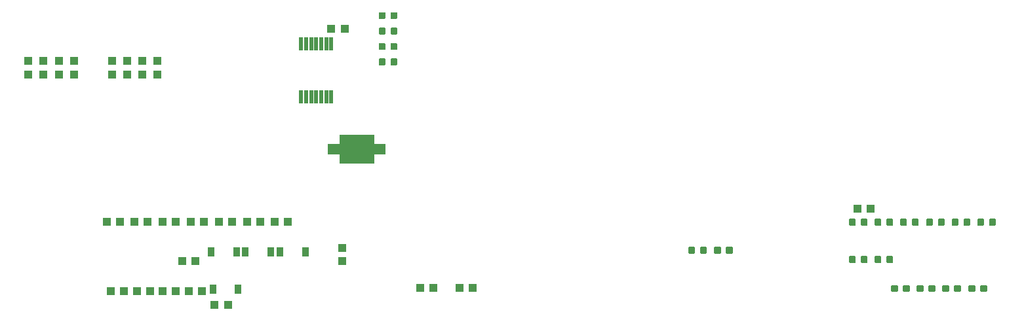
<source format=gbp>
G04 #@! TF.GenerationSoftware,KiCad,Pcbnew,(5.1.10)-1*
G04 #@! TF.CreationDate,2021-08-17T11:35:39-05:00*
G04 #@! TF.ProjectId,Proteus_Little,50726f74-6575-4735-9f4c-6974746c652e,rev?*
G04 #@! TF.SameCoordinates,Original*
G04 #@! TF.FileFunction,Paste,Bot*
G04 #@! TF.FilePolarity,Positive*
%FSLAX46Y46*%
G04 Gerber Fmt 4.6, Leading zero omitted, Abs format (unit mm)*
G04 Created by KiCad (PCBNEW (5.1.10)-1) date 2021-08-17 11:35:39*
%MOMM*%
%LPD*%
G01*
G04 APERTURE LIST*
%ADD10C,0.010000*%
%ADD11R,0.480000X1.780000*%
%ADD12R,0.910000X1.220000*%
%ADD13R,1.100000X1.000000*%
%ADD14R,1.000000X1.100000*%
G04 APERTURE END LIST*
D10*
G36*
X125110600Y-115672430D02*
G01*
X125110600Y-119275000D01*
X120707460Y-119275000D01*
X120707460Y-115672430D01*
X125110600Y-115672430D01*
G37*
X125110600Y-115672430D02*
X125110600Y-119275000D01*
X120707460Y-119275000D01*
X120707460Y-115672430D01*
X125110600Y-115672430D01*
G36*
X126610600Y-116874812D02*
G01*
X126610600Y-118075000D01*
X125111290Y-118075000D01*
X125111290Y-116874812D01*
X126610600Y-116874812D01*
G37*
X126610600Y-116874812D02*
X126610600Y-118075000D01*
X125111290Y-118075000D01*
X125111290Y-116874812D01*
X126610600Y-116874812D01*
G36*
X120710600Y-116874226D02*
G01*
X120710600Y-118075000D01*
X119205830Y-118075000D01*
X119205830Y-116874226D01*
X120710600Y-116874226D01*
G37*
X120710600Y-116874226D02*
X120710600Y-118075000D01*
X119205830Y-118075000D01*
X119205830Y-116874226D01*
X120710600Y-116874226D01*
D11*
X119679000Y-103877220D03*
X119029000Y-103877220D03*
X118379000Y-103877220D03*
X117729000Y-103877220D03*
X117079000Y-103877220D03*
X116429000Y-103877220D03*
X115779000Y-103877220D03*
X115779000Y-110717220D03*
X116429000Y-110717220D03*
X117079000Y-110717220D03*
X117729000Y-110717220D03*
X118379000Y-110717220D03*
X119029000Y-110717220D03*
X119679000Y-110717220D03*
D12*
X113060350Y-130847600D03*
X116335350Y-130847600D03*
X111826850Y-130847600D03*
X108551850Y-130847600D03*
X104360850Y-135610100D03*
X107635850Y-135610100D03*
X104170350Y-130847600D03*
X107445350Y-130847600D03*
G36*
G01*
X167292020Y-130927475D02*
X167292020Y-130260725D01*
G75*
G02*
X167403145Y-130149600I111125J0D01*
G01*
X168069895Y-130149600D01*
G75*
G02*
X168181020Y-130260725I0J-111125D01*
G01*
X168181020Y-130927475D01*
G75*
G02*
X168069895Y-131038600I-111125J0D01*
G01*
X167403145Y-131038600D01*
G75*
G02*
X167292020Y-130927475I0J111125D01*
G01*
G37*
G36*
G01*
X165768020Y-130927475D02*
X165768020Y-130260725D01*
G75*
G02*
X165879145Y-130149600I111125J0D01*
G01*
X166545895Y-130149600D01*
G75*
G02*
X166657020Y-130260725I0J-111125D01*
G01*
X166657020Y-130927475D01*
G75*
G02*
X166545895Y-131038600I-111125J0D01*
G01*
X165879145Y-131038600D01*
G75*
G02*
X165768020Y-130927475I0J111125D01*
G01*
G37*
G36*
G01*
X170632120Y-130932555D02*
X170632120Y-130265805D01*
G75*
G02*
X170743245Y-130154680I111125J0D01*
G01*
X171409995Y-130154680D01*
G75*
G02*
X171521120Y-130265805I0J-111125D01*
G01*
X171521120Y-130932555D01*
G75*
G02*
X171409995Y-131043680I-111125J0D01*
G01*
X170743245Y-131043680D01*
G75*
G02*
X170632120Y-130932555I0J111125D01*
G01*
G37*
G36*
G01*
X169108120Y-130932555D02*
X169108120Y-130265805D01*
G75*
G02*
X169219245Y-130154680I111125J0D01*
G01*
X169885995Y-130154680D01*
G75*
G02*
X169997120Y-130265805I0J-111125D01*
G01*
X169997120Y-130932555D01*
G75*
G02*
X169885995Y-131043680I-111125J0D01*
G01*
X169219245Y-131043680D01*
G75*
G02*
X169108120Y-130932555I0J111125D01*
G01*
G37*
G36*
G01*
X126669800Y-105896625D02*
X126669800Y-106563375D01*
G75*
G02*
X126558675Y-106674500I-111125J0D01*
G01*
X125891925Y-106674500D01*
G75*
G02*
X125780800Y-106563375I0J111125D01*
G01*
X125780800Y-105896625D01*
G75*
G02*
X125891925Y-105785500I111125J0D01*
G01*
X126558675Y-105785500D01*
G75*
G02*
X126669800Y-105896625I0J-111125D01*
G01*
G37*
G36*
G01*
X128193800Y-105896625D02*
X128193800Y-106563375D01*
G75*
G02*
X128082675Y-106674500I-111125J0D01*
G01*
X127415925Y-106674500D01*
G75*
G02*
X127304800Y-106563375I0J111125D01*
G01*
X127304800Y-105896625D01*
G75*
G02*
X127415925Y-105785500I111125J0D01*
G01*
X128082675Y-105785500D01*
G75*
G02*
X128193800Y-105896625I0J-111125D01*
G01*
G37*
G36*
G01*
X126669800Y-103896625D02*
X126669800Y-104563375D01*
G75*
G02*
X126558675Y-104674500I-111125J0D01*
G01*
X125891925Y-104674500D01*
G75*
G02*
X125780800Y-104563375I0J111125D01*
G01*
X125780800Y-103896625D01*
G75*
G02*
X125891925Y-103785500I111125J0D01*
G01*
X126558675Y-103785500D01*
G75*
G02*
X126669800Y-103896625I0J-111125D01*
G01*
G37*
G36*
G01*
X128193800Y-103896625D02*
X128193800Y-104563375D01*
G75*
G02*
X128082675Y-104674500I-111125J0D01*
G01*
X127415925Y-104674500D01*
G75*
G02*
X127304800Y-104563375I0J111125D01*
G01*
X127304800Y-103896625D01*
G75*
G02*
X127415925Y-103785500I111125J0D01*
G01*
X128082675Y-103785500D01*
G75*
G02*
X128193800Y-103896625I0J-111125D01*
G01*
G37*
G36*
G01*
X126669800Y-101896625D02*
X126669800Y-102563375D01*
G75*
G02*
X126558675Y-102674500I-111125J0D01*
G01*
X125891925Y-102674500D01*
G75*
G02*
X125780800Y-102563375I0J111125D01*
G01*
X125780800Y-101896625D01*
G75*
G02*
X125891925Y-101785500I111125J0D01*
G01*
X126558675Y-101785500D01*
G75*
G02*
X126669800Y-101896625I0J-111125D01*
G01*
G37*
G36*
G01*
X128193800Y-101896625D02*
X128193800Y-102563375D01*
G75*
G02*
X128082675Y-102674500I-111125J0D01*
G01*
X127415925Y-102674500D01*
G75*
G02*
X127304800Y-102563375I0J111125D01*
G01*
X127304800Y-101896625D01*
G75*
G02*
X127415925Y-101785500I111125J0D01*
G01*
X128082675Y-101785500D01*
G75*
G02*
X128193800Y-101896625I0J-111125D01*
G01*
G37*
G36*
G01*
X126669800Y-99896625D02*
X126669800Y-100563375D01*
G75*
G02*
X126558675Y-100674500I-111125J0D01*
G01*
X125891925Y-100674500D01*
G75*
G02*
X125780800Y-100563375I0J111125D01*
G01*
X125780800Y-99896625D01*
G75*
G02*
X125891925Y-99785500I111125J0D01*
G01*
X126558675Y-99785500D01*
G75*
G02*
X126669800Y-99896625I0J-111125D01*
G01*
G37*
G36*
G01*
X128193800Y-99896625D02*
X128193800Y-100563375D01*
G75*
G02*
X128082675Y-100674500I-111125J0D01*
G01*
X127415925Y-100674500D01*
G75*
G02*
X127304800Y-100563375I0J111125D01*
G01*
X127304800Y-99896625D01*
G75*
G02*
X127415925Y-99785500I111125J0D01*
G01*
X128082675Y-99785500D01*
G75*
G02*
X128193800Y-99896625I0J-111125D01*
G01*
G37*
D13*
X119678080Y-101950520D03*
X121378080Y-101950520D03*
X102974850Y-135927600D03*
X101274850Y-135927600D03*
X101528850Y-126910600D03*
X103228850Y-126910600D03*
X97902796Y-126910600D03*
X99602796Y-126910600D03*
X99609350Y-135927600D03*
X97909350Y-135927600D03*
X105148350Y-126910600D03*
X106848350Y-126910600D03*
X106310800Y-137629900D03*
X104610800Y-137629900D03*
X112387350Y-126910600D03*
X114087350Y-126910600D03*
X108767850Y-126910600D03*
X110467850Y-126910600D03*
X91178350Y-135927600D03*
X92878350Y-135927600D03*
X94543850Y-135927600D03*
X96243850Y-135927600D03*
X94226350Y-126910600D03*
X95926350Y-126910600D03*
X90670350Y-126910600D03*
X92370350Y-126910600D03*
D14*
X93298350Y-106121600D03*
X93298350Y-107821600D03*
X91329850Y-106121600D03*
X91329850Y-107821600D03*
X97235350Y-106121600D03*
X97235350Y-107821600D03*
X95266850Y-106121600D03*
X95266850Y-107821600D03*
X82503350Y-106121600D03*
X82503350Y-107821600D03*
X80534850Y-106121600D03*
X80534850Y-107821600D03*
X86440350Y-106121600D03*
X86440350Y-107821600D03*
X84471850Y-106121600D03*
X84471850Y-107821600D03*
G36*
G01*
X188040350Y-132133475D02*
X188040350Y-131466725D01*
G75*
G02*
X188151475Y-131355600I111125J0D01*
G01*
X188818225Y-131355600D01*
G75*
G02*
X188929350Y-131466725I0J-111125D01*
G01*
X188929350Y-132133475D01*
G75*
G02*
X188818225Y-132244600I-111125J0D01*
G01*
X188151475Y-132244600D01*
G75*
G02*
X188040350Y-132133475I0J111125D01*
G01*
G37*
G36*
G01*
X186516350Y-132133475D02*
X186516350Y-131466725D01*
G75*
G02*
X186627475Y-131355600I111125J0D01*
G01*
X187294225Y-131355600D01*
G75*
G02*
X187405350Y-131466725I0J-111125D01*
G01*
X187405350Y-132133475D01*
G75*
G02*
X187294225Y-132244600I-111125J0D01*
G01*
X186627475Y-132244600D01*
G75*
G02*
X186516350Y-132133475I0J111125D01*
G01*
G37*
G36*
G01*
X188040350Y-127307475D02*
X188040350Y-126640725D01*
G75*
G02*
X188151475Y-126529600I111125J0D01*
G01*
X188818225Y-126529600D01*
G75*
G02*
X188929350Y-126640725I0J-111125D01*
G01*
X188929350Y-127307475D01*
G75*
G02*
X188818225Y-127418600I-111125J0D01*
G01*
X188151475Y-127418600D01*
G75*
G02*
X188040350Y-127307475I0J111125D01*
G01*
G37*
G36*
G01*
X186516350Y-127307475D02*
X186516350Y-126640725D01*
G75*
G02*
X186627475Y-126529600I111125J0D01*
G01*
X187294225Y-126529600D01*
G75*
G02*
X187405350Y-126640725I0J-111125D01*
G01*
X187405350Y-127307475D01*
G75*
G02*
X187294225Y-127418600I-111125J0D01*
G01*
X186627475Y-127418600D01*
G75*
G02*
X186516350Y-127307475I0J111125D01*
G01*
G37*
D13*
X187634850Y-125259600D03*
X189334850Y-125259600D03*
G36*
G01*
X193501350Y-135879975D02*
X193501350Y-135213225D01*
G75*
G02*
X193612475Y-135102100I111125J0D01*
G01*
X194279225Y-135102100D01*
G75*
G02*
X194390350Y-135213225I0J-111125D01*
G01*
X194390350Y-135879975D01*
G75*
G02*
X194279225Y-135991100I-111125J0D01*
G01*
X193612475Y-135991100D01*
G75*
G02*
X193501350Y-135879975I0J111125D01*
G01*
G37*
G36*
G01*
X191977350Y-135879975D02*
X191977350Y-135213225D01*
G75*
G02*
X192088475Y-135102100I111125J0D01*
G01*
X192755225Y-135102100D01*
G75*
G02*
X192866350Y-135213225I0J-111125D01*
G01*
X192866350Y-135879975D01*
G75*
G02*
X192755225Y-135991100I-111125J0D01*
G01*
X192088475Y-135991100D01*
G75*
G02*
X191977350Y-135879975I0J111125D01*
G01*
G37*
G36*
G01*
X196803350Y-135879975D02*
X196803350Y-135213225D01*
G75*
G02*
X196914475Y-135102100I111125J0D01*
G01*
X197581225Y-135102100D01*
G75*
G02*
X197692350Y-135213225I0J-111125D01*
G01*
X197692350Y-135879975D01*
G75*
G02*
X197581225Y-135991100I-111125J0D01*
G01*
X196914475Y-135991100D01*
G75*
G02*
X196803350Y-135879975I0J111125D01*
G01*
G37*
G36*
G01*
X195279350Y-135879975D02*
X195279350Y-135213225D01*
G75*
G02*
X195390475Y-135102100I111125J0D01*
G01*
X196057225Y-135102100D01*
G75*
G02*
X196168350Y-135213225I0J-111125D01*
G01*
X196168350Y-135879975D01*
G75*
G02*
X196057225Y-135991100I-111125J0D01*
G01*
X195390475Y-135991100D01*
G75*
G02*
X195279350Y-135879975I0J111125D01*
G01*
G37*
G36*
G01*
X200105350Y-135879975D02*
X200105350Y-135213225D01*
G75*
G02*
X200216475Y-135102100I111125J0D01*
G01*
X200883225Y-135102100D01*
G75*
G02*
X200994350Y-135213225I0J-111125D01*
G01*
X200994350Y-135879975D01*
G75*
G02*
X200883225Y-135991100I-111125J0D01*
G01*
X200216475Y-135991100D01*
G75*
G02*
X200105350Y-135879975I0J111125D01*
G01*
G37*
G36*
G01*
X198581350Y-135879975D02*
X198581350Y-135213225D01*
G75*
G02*
X198692475Y-135102100I111125J0D01*
G01*
X199359225Y-135102100D01*
G75*
G02*
X199470350Y-135213225I0J-111125D01*
G01*
X199470350Y-135879975D01*
G75*
G02*
X199359225Y-135991100I-111125J0D01*
G01*
X198692475Y-135991100D01*
G75*
G02*
X198581350Y-135879975I0J111125D01*
G01*
G37*
G36*
G01*
X203470850Y-135879975D02*
X203470850Y-135213225D01*
G75*
G02*
X203581975Y-135102100I111125J0D01*
G01*
X204248725Y-135102100D01*
G75*
G02*
X204359850Y-135213225I0J-111125D01*
G01*
X204359850Y-135879975D01*
G75*
G02*
X204248725Y-135991100I-111125J0D01*
G01*
X203581975Y-135991100D01*
G75*
G02*
X203470850Y-135879975I0J111125D01*
G01*
G37*
G36*
G01*
X201946850Y-135879975D02*
X201946850Y-135213225D01*
G75*
G02*
X202057975Y-135102100I111125J0D01*
G01*
X202724725Y-135102100D01*
G75*
G02*
X202835850Y-135213225I0J-111125D01*
G01*
X202835850Y-135879975D01*
G75*
G02*
X202724725Y-135991100I-111125J0D01*
G01*
X202057975Y-135991100D01*
G75*
G02*
X201946850Y-135879975I0J111125D01*
G01*
G37*
G36*
G01*
X190707350Y-126640725D02*
X190707350Y-127307475D01*
G75*
G02*
X190596225Y-127418600I-111125J0D01*
G01*
X189929475Y-127418600D01*
G75*
G02*
X189818350Y-127307475I0J111125D01*
G01*
X189818350Y-126640725D01*
G75*
G02*
X189929475Y-126529600I111125J0D01*
G01*
X190596225Y-126529600D01*
G75*
G02*
X190707350Y-126640725I0J-111125D01*
G01*
G37*
G36*
G01*
X192231350Y-126640725D02*
X192231350Y-127307475D01*
G75*
G02*
X192120225Y-127418600I-111125J0D01*
G01*
X191453475Y-127418600D01*
G75*
G02*
X191342350Y-127307475I0J111125D01*
G01*
X191342350Y-126640725D01*
G75*
G02*
X191453475Y-126529600I111125J0D01*
G01*
X192120225Y-126529600D01*
G75*
G02*
X192231350Y-126640725I0J-111125D01*
G01*
G37*
X102157900Y-132003800D03*
X100457900Y-132003800D03*
D14*
X121094500Y-130302900D03*
X121094500Y-132002900D03*
G36*
G01*
X190707350Y-131466725D02*
X190707350Y-132133475D01*
G75*
G02*
X190596225Y-132244600I-111125J0D01*
G01*
X189929475Y-132244600D01*
G75*
G02*
X189818350Y-132133475I0J111125D01*
G01*
X189818350Y-131466725D01*
G75*
G02*
X189929475Y-131355600I111125J0D01*
G01*
X190596225Y-131355600D01*
G75*
G02*
X190707350Y-131466725I0J-111125D01*
G01*
G37*
G36*
G01*
X192231350Y-131466725D02*
X192231350Y-132133475D01*
G75*
G02*
X192120225Y-132244600I-111125J0D01*
G01*
X191453475Y-132244600D01*
G75*
G02*
X191342350Y-132133475I0J111125D01*
G01*
X191342350Y-131466725D01*
G75*
G02*
X191453475Y-131355600I111125J0D01*
G01*
X192120225Y-131355600D01*
G75*
G02*
X192231350Y-131466725I0J-111125D01*
G01*
G37*
G36*
G01*
X194644350Y-127307475D02*
X194644350Y-126640725D01*
G75*
G02*
X194755475Y-126529600I111125J0D01*
G01*
X195422225Y-126529600D01*
G75*
G02*
X195533350Y-126640725I0J-111125D01*
G01*
X195533350Y-127307475D01*
G75*
G02*
X195422225Y-127418600I-111125J0D01*
G01*
X194755475Y-127418600D01*
G75*
G02*
X194644350Y-127307475I0J111125D01*
G01*
G37*
G36*
G01*
X193120350Y-127307475D02*
X193120350Y-126640725D01*
G75*
G02*
X193231475Y-126529600I111125J0D01*
G01*
X193898225Y-126529600D01*
G75*
G02*
X194009350Y-126640725I0J-111125D01*
G01*
X194009350Y-127307475D01*
G75*
G02*
X193898225Y-127418600I-111125J0D01*
G01*
X193231475Y-127418600D01*
G75*
G02*
X193120350Y-127307475I0J111125D01*
G01*
G37*
G36*
G01*
X198009850Y-127307475D02*
X198009850Y-126640725D01*
G75*
G02*
X198120975Y-126529600I111125J0D01*
G01*
X198787725Y-126529600D01*
G75*
G02*
X198898850Y-126640725I0J-111125D01*
G01*
X198898850Y-127307475D01*
G75*
G02*
X198787725Y-127418600I-111125J0D01*
G01*
X198120975Y-127418600D01*
G75*
G02*
X198009850Y-127307475I0J111125D01*
G01*
G37*
G36*
G01*
X196485850Y-127307475D02*
X196485850Y-126640725D01*
G75*
G02*
X196596975Y-126529600I111125J0D01*
G01*
X197263725Y-126529600D01*
G75*
G02*
X197374850Y-126640725I0J-111125D01*
G01*
X197374850Y-127307475D01*
G75*
G02*
X197263725Y-127418600I-111125J0D01*
G01*
X196596975Y-127418600D01*
G75*
G02*
X196485850Y-127307475I0J111125D01*
G01*
G37*
G36*
G01*
X201311850Y-127307475D02*
X201311850Y-126640725D01*
G75*
G02*
X201422975Y-126529600I111125J0D01*
G01*
X202089725Y-126529600D01*
G75*
G02*
X202200850Y-126640725I0J-111125D01*
G01*
X202200850Y-127307475D01*
G75*
G02*
X202089725Y-127418600I-111125J0D01*
G01*
X201422975Y-127418600D01*
G75*
G02*
X201311850Y-127307475I0J111125D01*
G01*
G37*
G36*
G01*
X199787850Y-127307475D02*
X199787850Y-126640725D01*
G75*
G02*
X199898975Y-126529600I111125J0D01*
G01*
X200565725Y-126529600D01*
G75*
G02*
X200676850Y-126640725I0J-111125D01*
G01*
X200676850Y-127307475D01*
G75*
G02*
X200565725Y-127418600I-111125J0D01*
G01*
X199898975Y-127418600D01*
G75*
G02*
X199787850Y-127307475I0J111125D01*
G01*
G37*
G36*
G01*
X204613850Y-127307475D02*
X204613850Y-126640725D01*
G75*
G02*
X204724975Y-126529600I111125J0D01*
G01*
X205391725Y-126529600D01*
G75*
G02*
X205502850Y-126640725I0J-111125D01*
G01*
X205502850Y-127307475D01*
G75*
G02*
X205391725Y-127418600I-111125J0D01*
G01*
X204724975Y-127418600D01*
G75*
G02*
X204613850Y-127307475I0J111125D01*
G01*
G37*
G36*
G01*
X203089850Y-127307475D02*
X203089850Y-126640725D01*
G75*
G02*
X203200975Y-126529600I111125J0D01*
G01*
X203867725Y-126529600D01*
G75*
G02*
X203978850Y-126640725I0J-111125D01*
G01*
X203978850Y-127307475D01*
G75*
G02*
X203867725Y-127418600I-111125J0D01*
G01*
X203200975Y-127418600D01*
G75*
G02*
X203089850Y-127307475I0J111125D01*
G01*
G37*
D13*
X132883350Y-135483100D03*
X131183350Y-135483100D03*
X137899850Y-135483100D03*
X136199850Y-135483100D03*
M02*

</source>
